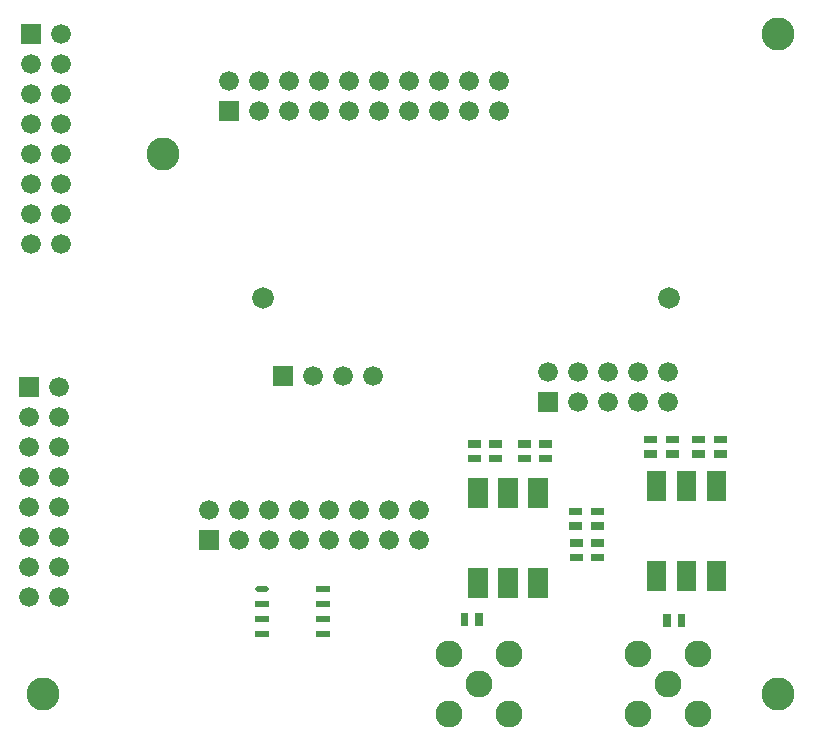
<source format=gbr>
G04 start of page 6 for group -4063 idx -4063
G04 Title: RX Daughterboard, componentmask *
G04 Creator: pcb 20070208 *
G04 CreationDate: Mon Dec 24 21:51:39 2007 UTC *
G04 For: matt *
G04 Format: Gerber/RS-274X *
G04 PCB-Dimensions: 275000 250000 *
G04 PCB-Coordinate-Origin: lower left *
%MOIN*%
%FSLAX24Y24*%
%LNFRONTMASK*%
%ADD13C,0.0900*%
%ADD20C,0.0200*%
%ADD21R,0.0650X0.0650*%
%ADD22R,0.0240X0.0240*%
%ADD23R,0.0200X0.0200*%
%ADD24C,0.0720*%
%ADD25R,0.0660X0.0660*%
%ADD26C,0.0660*%
%ADD27C,0.1100*%
G54D24*X22373Y14700D03*
G54D13*X22350Y1850D03*
X21350Y2850D03*
X23350D03*
X21350Y850D03*
X23350D03*
G54D25*X18350Y11250D03*
G54D13*X16050Y1850D03*
X15050Y2850D03*
X17050D03*
X15050Y850D03*
X17050D03*
G54D26*X18350Y12250D03*
X19350Y11250D03*
Y12250D03*
X20350D03*
X21350D03*
X22350D03*
X20350Y11250D03*
X21350D03*
X22350D03*
G54D24*X8830Y14700D03*
G54D25*X9500Y12100D03*
G54D26*X10500D03*
X11500D03*
X12500D03*
G54D25*X7050Y6650D03*
G54D26*Y7650D03*
X8050Y6650D03*
Y7650D03*
X9050Y6650D03*
Y7650D03*
X10050Y6650D03*
Y7650D03*
X11050Y6650D03*
Y7650D03*
X12050Y6650D03*
X13050D03*
X14050D03*
X12050Y7650D03*
X13050D03*
X14050D03*
X10700Y20950D03*
Y21950D03*
X11700D03*
X12700D03*
X11700Y20950D03*
X12700D03*
X13700D03*
X14700D03*
X15700D03*
X16700D03*
X13700Y21950D03*
X14700D03*
X15700D03*
X16700D03*
G54D25*X7700Y20950D03*
G54D26*Y21950D03*
X8700Y20950D03*
Y21950D03*
X9700Y20950D03*
Y21950D03*
G54D25*X1100Y23500D03*
G54D26*X2100D03*
X1100Y22500D03*
Y21500D03*
Y20500D03*
X2100Y22500D03*
Y21500D03*
Y20500D03*
Y19500D03*
Y18500D03*
Y17500D03*
X1100Y19500D03*
Y18500D03*
Y17500D03*
Y16500D03*
X2100D03*
X2050Y11750D03*
Y10750D03*
G54D25*X1050Y11750D03*
G54D26*Y10750D03*
Y9750D03*
X2050D03*
X1050Y8750D03*
Y7750D03*
Y6750D03*
Y5750D03*
Y4750D03*
X2050Y8750D03*
Y7750D03*
Y6750D03*
Y5750D03*
Y4750D03*
G54D27*X1500Y1500D03*
X26000D03*
Y23500D03*
X5500Y19500D03*
G54D21*X23950Y8620D02*Y8270D01*
X22950Y8620D02*Y8270D01*
X21950Y8620D02*Y8270D01*
G54D22*X24010Y9510D02*X24190D01*
X21660D02*X21840D01*
X23260D02*X23440D01*
X22410D02*X22590D01*
X24010Y9990D02*X24190D01*
X21660D02*X21840D01*
X23260D02*X23440D01*
X22410D02*X22590D01*
X18160Y9360D02*X18340D01*
G54D21*X18000Y8370D02*Y8020D01*
G54D22*X18160Y9840D02*X18340D01*
X19910Y7590D02*X20090D01*
X19910Y7110D02*X20090D01*
X19210Y6540D02*X19390D01*
X19160Y7590D02*X19340D01*
X19160Y7110D02*X19340D01*
X19910Y6540D02*X20090D01*
X17460Y9840D02*X17640D01*
X17460Y9360D02*X17640D01*
G54D21*X17000Y8370D02*Y8020D01*
X16000Y8370D02*Y8020D01*
G54D22*X15810Y9360D02*X15990D01*
X16510D02*X16690D01*
X15810Y9840D02*X15990D01*
X16510D02*X16690D01*
G54D21*X21950Y5630D02*Y5280D01*
X22950Y5630D02*Y5280D01*
X23950Y5630D02*Y5280D01*
G54D22*X22310Y4040D02*Y3860D01*
X22790Y4040D02*Y3860D01*
X19210Y6060D02*X19390D01*
X19910D02*X20090D01*
G54D21*X17000Y5380D02*Y5030D01*
X18000Y5380D02*Y5030D01*
G54D22*X16040Y4090D02*Y3910D01*
X15560Y4090D02*Y3910D01*
G54D21*X16000Y5380D02*Y5030D01*
G54D20*X8660Y5000D02*X8940D01*
G54D23*X8660Y4500D02*X8940D01*
X8660Y4000D02*X8940D01*
X8660Y3500D02*X8940D01*
X10700D02*X10980D01*
X10700Y4000D02*X10980D01*
X10700Y4500D02*X10980D01*
X10700Y5000D02*X10980D01*
M02*

</source>
